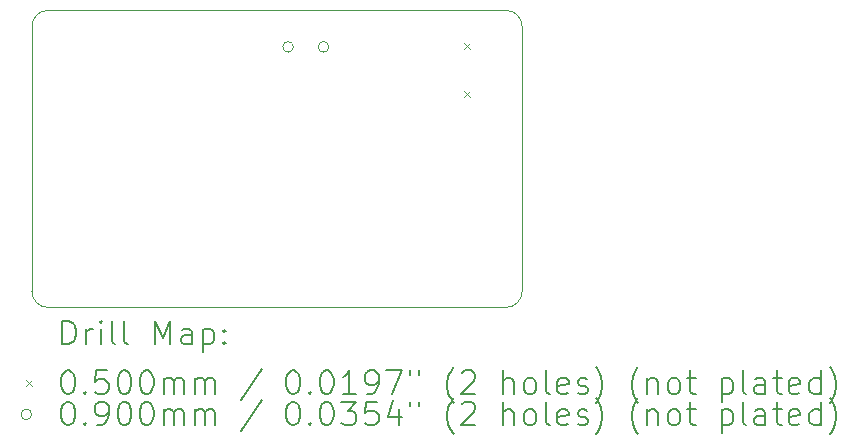
<source format=gbr>
%TF.GenerationSoftware,KiCad,Pcbnew,8.0.1*%
%TF.CreationDate,2024-04-22T06:17:10+03:00*%
%TF.ProjectId,IMU module,494d5520-6d6f-4647-956c-652e6b696361,rev?*%
%TF.SameCoordinates,Original*%
%TF.FileFunction,Drillmap*%
%TF.FilePolarity,Positive*%
%FSLAX45Y45*%
G04 Gerber Fmt 4.5, Leading zero omitted, Abs format (unit mm)*
G04 Created by KiCad (PCBNEW 8.0.1) date 2024-04-22 06:17:10*
%MOMM*%
%LPD*%
G01*
G04 APERTURE LIST*
%ADD10C,0.050000*%
%ADD11C,0.200000*%
%ADD12C,0.100000*%
G04 APERTURE END LIST*
D10*
X12859375Y-9026845D02*
G75*
G02*
X12994375Y-8891845I135005J-5D01*
G01*
X17009075Y-9026845D02*
X17009075Y-11270945D01*
X12994375Y-11405945D02*
G75*
G02*
X12859385Y-11270945I5J134995D01*
G01*
X16874075Y-11405945D02*
X12994375Y-11405945D01*
X16874075Y-8891845D02*
G75*
G02*
X17009085Y-9026845I5J-135005D01*
G01*
X17009075Y-11270945D02*
G75*
G02*
X16874075Y-11405945I-134995J-5D01*
G01*
X12994375Y-8891845D02*
X16874075Y-8891845D01*
X12859375Y-9026845D02*
X12859375Y-11270945D01*
D11*
D12*
X16520075Y-9171545D02*
X16570075Y-9221545D01*
X16570075Y-9171545D02*
X16520075Y-9221545D01*
X16520075Y-9571545D02*
X16570075Y-9621545D01*
X16570075Y-9571545D02*
X16520075Y-9621545D01*
X15073075Y-9200945D02*
G75*
G02*
X14983075Y-9200945I-45000J0D01*
G01*
X14983075Y-9200945D02*
G75*
G02*
X15073075Y-9200945I45000J0D01*
G01*
X15373075Y-9200945D02*
G75*
G02*
X15283075Y-9200945I-45000J0D01*
G01*
X15283075Y-9200945D02*
G75*
G02*
X15373075Y-9200945I45000J0D01*
G01*
D11*
X13117652Y-11719929D02*
X13117652Y-11519929D01*
X13117652Y-11519929D02*
X13165271Y-11519929D01*
X13165271Y-11519929D02*
X13193843Y-11529453D01*
X13193843Y-11529453D02*
X13212890Y-11548501D01*
X13212890Y-11548501D02*
X13222414Y-11567548D01*
X13222414Y-11567548D02*
X13231938Y-11605643D01*
X13231938Y-11605643D02*
X13231938Y-11634215D01*
X13231938Y-11634215D02*
X13222414Y-11672310D01*
X13222414Y-11672310D02*
X13212890Y-11691358D01*
X13212890Y-11691358D02*
X13193843Y-11710405D01*
X13193843Y-11710405D02*
X13165271Y-11719929D01*
X13165271Y-11719929D02*
X13117652Y-11719929D01*
X13317652Y-11719929D02*
X13317652Y-11586596D01*
X13317652Y-11624691D02*
X13327176Y-11605643D01*
X13327176Y-11605643D02*
X13336700Y-11596120D01*
X13336700Y-11596120D02*
X13355747Y-11586596D01*
X13355747Y-11586596D02*
X13374795Y-11586596D01*
X13441462Y-11719929D02*
X13441462Y-11586596D01*
X13441462Y-11519929D02*
X13431938Y-11529453D01*
X13431938Y-11529453D02*
X13441462Y-11538977D01*
X13441462Y-11538977D02*
X13450985Y-11529453D01*
X13450985Y-11529453D02*
X13441462Y-11519929D01*
X13441462Y-11519929D02*
X13441462Y-11538977D01*
X13565271Y-11719929D02*
X13546223Y-11710405D01*
X13546223Y-11710405D02*
X13536700Y-11691358D01*
X13536700Y-11691358D02*
X13536700Y-11519929D01*
X13670033Y-11719929D02*
X13650985Y-11710405D01*
X13650985Y-11710405D02*
X13641462Y-11691358D01*
X13641462Y-11691358D02*
X13641462Y-11519929D01*
X13898604Y-11719929D02*
X13898604Y-11519929D01*
X13898604Y-11519929D02*
X13965271Y-11662786D01*
X13965271Y-11662786D02*
X14031938Y-11519929D01*
X14031938Y-11519929D02*
X14031938Y-11719929D01*
X14212890Y-11719929D02*
X14212890Y-11615167D01*
X14212890Y-11615167D02*
X14203366Y-11596120D01*
X14203366Y-11596120D02*
X14184319Y-11586596D01*
X14184319Y-11586596D02*
X14146223Y-11586596D01*
X14146223Y-11586596D02*
X14127176Y-11596120D01*
X14212890Y-11710405D02*
X14193843Y-11719929D01*
X14193843Y-11719929D02*
X14146223Y-11719929D01*
X14146223Y-11719929D02*
X14127176Y-11710405D01*
X14127176Y-11710405D02*
X14117652Y-11691358D01*
X14117652Y-11691358D02*
X14117652Y-11672310D01*
X14117652Y-11672310D02*
X14127176Y-11653262D01*
X14127176Y-11653262D02*
X14146223Y-11643739D01*
X14146223Y-11643739D02*
X14193843Y-11643739D01*
X14193843Y-11643739D02*
X14212890Y-11634215D01*
X14308128Y-11586596D02*
X14308128Y-11786596D01*
X14308128Y-11596120D02*
X14327176Y-11586596D01*
X14327176Y-11586596D02*
X14365271Y-11586596D01*
X14365271Y-11586596D02*
X14384319Y-11596120D01*
X14384319Y-11596120D02*
X14393843Y-11605643D01*
X14393843Y-11605643D02*
X14403366Y-11624691D01*
X14403366Y-11624691D02*
X14403366Y-11681834D01*
X14403366Y-11681834D02*
X14393843Y-11700881D01*
X14393843Y-11700881D02*
X14384319Y-11710405D01*
X14384319Y-11710405D02*
X14365271Y-11719929D01*
X14365271Y-11719929D02*
X14327176Y-11719929D01*
X14327176Y-11719929D02*
X14308128Y-11710405D01*
X14489081Y-11700881D02*
X14498604Y-11710405D01*
X14498604Y-11710405D02*
X14489081Y-11719929D01*
X14489081Y-11719929D02*
X14479557Y-11710405D01*
X14479557Y-11710405D02*
X14489081Y-11700881D01*
X14489081Y-11700881D02*
X14489081Y-11719929D01*
X14489081Y-11596120D02*
X14498604Y-11605643D01*
X14498604Y-11605643D02*
X14489081Y-11615167D01*
X14489081Y-11615167D02*
X14479557Y-11605643D01*
X14479557Y-11605643D02*
X14489081Y-11596120D01*
X14489081Y-11596120D02*
X14489081Y-11615167D01*
D12*
X12806875Y-12023445D02*
X12856875Y-12073445D01*
X12856875Y-12023445D02*
X12806875Y-12073445D01*
D11*
X13155747Y-11939929D02*
X13174795Y-11939929D01*
X13174795Y-11939929D02*
X13193843Y-11949453D01*
X13193843Y-11949453D02*
X13203366Y-11958977D01*
X13203366Y-11958977D02*
X13212890Y-11978024D01*
X13212890Y-11978024D02*
X13222414Y-12016120D01*
X13222414Y-12016120D02*
X13222414Y-12063739D01*
X13222414Y-12063739D02*
X13212890Y-12101834D01*
X13212890Y-12101834D02*
X13203366Y-12120881D01*
X13203366Y-12120881D02*
X13193843Y-12130405D01*
X13193843Y-12130405D02*
X13174795Y-12139929D01*
X13174795Y-12139929D02*
X13155747Y-12139929D01*
X13155747Y-12139929D02*
X13136700Y-12130405D01*
X13136700Y-12130405D02*
X13127176Y-12120881D01*
X13127176Y-12120881D02*
X13117652Y-12101834D01*
X13117652Y-12101834D02*
X13108128Y-12063739D01*
X13108128Y-12063739D02*
X13108128Y-12016120D01*
X13108128Y-12016120D02*
X13117652Y-11978024D01*
X13117652Y-11978024D02*
X13127176Y-11958977D01*
X13127176Y-11958977D02*
X13136700Y-11949453D01*
X13136700Y-11949453D02*
X13155747Y-11939929D01*
X13308128Y-12120881D02*
X13317652Y-12130405D01*
X13317652Y-12130405D02*
X13308128Y-12139929D01*
X13308128Y-12139929D02*
X13298604Y-12130405D01*
X13298604Y-12130405D02*
X13308128Y-12120881D01*
X13308128Y-12120881D02*
X13308128Y-12139929D01*
X13498604Y-11939929D02*
X13403366Y-11939929D01*
X13403366Y-11939929D02*
X13393843Y-12035167D01*
X13393843Y-12035167D02*
X13403366Y-12025643D01*
X13403366Y-12025643D02*
X13422414Y-12016120D01*
X13422414Y-12016120D02*
X13470033Y-12016120D01*
X13470033Y-12016120D02*
X13489081Y-12025643D01*
X13489081Y-12025643D02*
X13498604Y-12035167D01*
X13498604Y-12035167D02*
X13508128Y-12054215D01*
X13508128Y-12054215D02*
X13508128Y-12101834D01*
X13508128Y-12101834D02*
X13498604Y-12120881D01*
X13498604Y-12120881D02*
X13489081Y-12130405D01*
X13489081Y-12130405D02*
X13470033Y-12139929D01*
X13470033Y-12139929D02*
X13422414Y-12139929D01*
X13422414Y-12139929D02*
X13403366Y-12130405D01*
X13403366Y-12130405D02*
X13393843Y-12120881D01*
X13631938Y-11939929D02*
X13650985Y-11939929D01*
X13650985Y-11939929D02*
X13670033Y-11949453D01*
X13670033Y-11949453D02*
X13679557Y-11958977D01*
X13679557Y-11958977D02*
X13689081Y-11978024D01*
X13689081Y-11978024D02*
X13698604Y-12016120D01*
X13698604Y-12016120D02*
X13698604Y-12063739D01*
X13698604Y-12063739D02*
X13689081Y-12101834D01*
X13689081Y-12101834D02*
X13679557Y-12120881D01*
X13679557Y-12120881D02*
X13670033Y-12130405D01*
X13670033Y-12130405D02*
X13650985Y-12139929D01*
X13650985Y-12139929D02*
X13631938Y-12139929D01*
X13631938Y-12139929D02*
X13612890Y-12130405D01*
X13612890Y-12130405D02*
X13603366Y-12120881D01*
X13603366Y-12120881D02*
X13593843Y-12101834D01*
X13593843Y-12101834D02*
X13584319Y-12063739D01*
X13584319Y-12063739D02*
X13584319Y-12016120D01*
X13584319Y-12016120D02*
X13593843Y-11978024D01*
X13593843Y-11978024D02*
X13603366Y-11958977D01*
X13603366Y-11958977D02*
X13612890Y-11949453D01*
X13612890Y-11949453D02*
X13631938Y-11939929D01*
X13822414Y-11939929D02*
X13841462Y-11939929D01*
X13841462Y-11939929D02*
X13860509Y-11949453D01*
X13860509Y-11949453D02*
X13870033Y-11958977D01*
X13870033Y-11958977D02*
X13879557Y-11978024D01*
X13879557Y-11978024D02*
X13889081Y-12016120D01*
X13889081Y-12016120D02*
X13889081Y-12063739D01*
X13889081Y-12063739D02*
X13879557Y-12101834D01*
X13879557Y-12101834D02*
X13870033Y-12120881D01*
X13870033Y-12120881D02*
X13860509Y-12130405D01*
X13860509Y-12130405D02*
X13841462Y-12139929D01*
X13841462Y-12139929D02*
X13822414Y-12139929D01*
X13822414Y-12139929D02*
X13803366Y-12130405D01*
X13803366Y-12130405D02*
X13793843Y-12120881D01*
X13793843Y-12120881D02*
X13784319Y-12101834D01*
X13784319Y-12101834D02*
X13774795Y-12063739D01*
X13774795Y-12063739D02*
X13774795Y-12016120D01*
X13774795Y-12016120D02*
X13784319Y-11978024D01*
X13784319Y-11978024D02*
X13793843Y-11958977D01*
X13793843Y-11958977D02*
X13803366Y-11949453D01*
X13803366Y-11949453D02*
X13822414Y-11939929D01*
X13974795Y-12139929D02*
X13974795Y-12006596D01*
X13974795Y-12025643D02*
X13984319Y-12016120D01*
X13984319Y-12016120D02*
X14003366Y-12006596D01*
X14003366Y-12006596D02*
X14031938Y-12006596D01*
X14031938Y-12006596D02*
X14050985Y-12016120D01*
X14050985Y-12016120D02*
X14060509Y-12035167D01*
X14060509Y-12035167D02*
X14060509Y-12139929D01*
X14060509Y-12035167D02*
X14070033Y-12016120D01*
X14070033Y-12016120D02*
X14089081Y-12006596D01*
X14089081Y-12006596D02*
X14117652Y-12006596D01*
X14117652Y-12006596D02*
X14136700Y-12016120D01*
X14136700Y-12016120D02*
X14146224Y-12035167D01*
X14146224Y-12035167D02*
X14146224Y-12139929D01*
X14241462Y-12139929D02*
X14241462Y-12006596D01*
X14241462Y-12025643D02*
X14250985Y-12016120D01*
X14250985Y-12016120D02*
X14270033Y-12006596D01*
X14270033Y-12006596D02*
X14298605Y-12006596D01*
X14298605Y-12006596D02*
X14317652Y-12016120D01*
X14317652Y-12016120D02*
X14327176Y-12035167D01*
X14327176Y-12035167D02*
X14327176Y-12139929D01*
X14327176Y-12035167D02*
X14336700Y-12016120D01*
X14336700Y-12016120D02*
X14355747Y-12006596D01*
X14355747Y-12006596D02*
X14384319Y-12006596D01*
X14384319Y-12006596D02*
X14403366Y-12016120D01*
X14403366Y-12016120D02*
X14412890Y-12035167D01*
X14412890Y-12035167D02*
X14412890Y-12139929D01*
X14803366Y-11930405D02*
X14631938Y-12187548D01*
X15060509Y-11939929D02*
X15079557Y-11939929D01*
X15079557Y-11939929D02*
X15098605Y-11949453D01*
X15098605Y-11949453D02*
X15108128Y-11958977D01*
X15108128Y-11958977D02*
X15117652Y-11978024D01*
X15117652Y-11978024D02*
X15127176Y-12016120D01*
X15127176Y-12016120D02*
X15127176Y-12063739D01*
X15127176Y-12063739D02*
X15117652Y-12101834D01*
X15117652Y-12101834D02*
X15108128Y-12120881D01*
X15108128Y-12120881D02*
X15098605Y-12130405D01*
X15098605Y-12130405D02*
X15079557Y-12139929D01*
X15079557Y-12139929D02*
X15060509Y-12139929D01*
X15060509Y-12139929D02*
X15041462Y-12130405D01*
X15041462Y-12130405D02*
X15031938Y-12120881D01*
X15031938Y-12120881D02*
X15022414Y-12101834D01*
X15022414Y-12101834D02*
X15012890Y-12063739D01*
X15012890Y-12063739D02*
X15012890Y-12016120D01*
X15012890Y-12016120D02*
X15022414Y-11978024D01*
X15022414Y-11978024D02*
X15031938Y-11958977D01*
X15031938Y-11958977D02*
X15041462Y-11949453D01*
X15041462Y-11949453D02*
X15060509Y-11939929D01*
X15212890Y-12120881D02*
X15222414Y-12130405D01*
X15222414Y-12130405D02*
X15212890Y-12139929D01*
X15212890Y-12139929D02*
X15203367Y-12130405D01*
X15203367Y-12130405D02*
X15212890Y-12120881D01*
X15212890Y-12120881D02*
X15212890Y-12139929D01*
X15346224Y-11939929D02*
X15365271Y-11939929D01*
X15365271Y-11939929D02*
X15384319Y-11949453D01*
X15384319Y-11949453D02*
X15393843Y-11958977D01*
X15393843Y-11958977D02*
X15403367Y-11978024D01*
X15403367Y-11978024D02*
X15412890Y-12016120D01*
X15412890Y-12016120D02*
X15412890Y-12063739D01*
X15412890Y-12063739D02*
X15403367Y-12101834D01*
X15403367Y-12101834D02*
X15393843Y-12120881D01*
X15393843Y-12120881D02*
X15384319Y-12130405D01*
X15384319Y-12130405D02*
X15365271Y-12139929D01*
X15365271Y-12139929D02*
X15346224Y-12139929D01*
X15346224Y-12139929D02*
X15327176Y-12130405D01*
X15327176Y-12130405D02*
X15317652Y-12120881D01*
X15317652Y-12120881D02*
X15308128Y-12101834D01*
X15308128Y-12101834D02*
X15298605Y-12063739D01*
X15298605Y-12063739D02*
X15298605Y-12016120D01*
X15298605Y-12016120D02*
X15308128Y-11978024D01*
X15308128Y-11978024D02*
X15317652Y-11958977D01*
X15317652Y-11958977D02*
X15327176Y-11949453D01*
X15327176Y-11949453D02*
X15346224Y-11939929D01*
X15603367Y-12139929D02*
X15489081Y-12139929D01*
X15546224Y-12139929D02*
X15546224Y-11939929D01*
X15546224Y-11939929D02*
X15527176Y-11968501D01*
X15527176Y-11968501D02*
X15508128Y-11987548D01*
X15508128Y-11987548D02*
X15489081Y-11997072D01*
X15698605Y-12139929D02*
X15736700Y-12139929D01*
X15736700Y-12139929D02*
X15755748Y-12130405D01*
X15755748Y-12130405D02*
X15765271Y-12120881D01*
X15765271Y-12120881D02*
X15784319Y-12092310D01*
X15784319Y-12092310D02*
X15793843Y-12054215D01*
X15793843Y-12054215D02*
X15793843Y-11978024D01*
X15793843Y-11978024D02*
X15784319Y-11958977D01*
X15784319Y-11958977D02*
X15774795Y-11949453D01*
X15774795Y-11949453D02*
X15755748Y-11939929D01*
X15755748Y-11939929D02*
X15717652Y-11939929D01*
X15717652Y-11939929D02*
X15698605Y-11949453D01*
X15698605Y-11949453D02*
X15689081Y-11958977D01*
X15689081Y-11958977D02*
X15679557Y-11978024D01*
X15679557Y-11978024D02*
X15679557Y-12025643D01*
X15679557Y-12025643D02*
X15689081Y-12044691D01*
X15689081Y-12044691D02*
X15698605Y-12054215D01*
X15698605Y-12054215D02*
X15717652Y-12063739D01*
X15717652Y-12063739D02*
X15755748Y-12063739D01*
X15755748Y-12063739D02*
X15774795Y-12054215D01*
X15774795Y-12054215D02*
X15784319Y-12044691D01*
X15784319Y-12044691D02*
X15793843Y-12025643D01*
X15860509Y-11939929D02*
X15993843Y-11939929D01*
X15993843Y-11939929D02*
X15908128Y-12139929D01*
X16060509Y-11939929D02*
X16060509Y-11978024D01*
X16136700Y-11939929D02*
X16136700Y-11978024D01*
X16431938Y-12216120D02*
X16422414Y-12206596D01*
X16422414Y-12206596D02*
X16403367Y-12178024D01*
X16403367Y-12178024D02*
X16393843Y-12158977D01*
X16393843Y-12158977D02*
X16384319Y-12130405D01*
X16384319Y-12130405D02*
X16374795Y-12082786D01*
X16374795Y-12082786D02*
X16374795Y-12044691D01*
X16374795Y-12044691D02*
X16384319Y-11997072D01*
X16384319Y-11997072D02*
X16393843Y-11968501D01*
X16393843Y-11968501D02*
X16403367Y-11949453D01*
X16403367Y-11949453D02*
X16422414Y-11920881D01*
X16422414Y-11920881D02*
X16431938Y-11911358D01*
X16498605Y-11958977D02*
X16508129Y-11949453D01*
X16508129Y-11949453D02*
X16527176Y-11939929D01*
X16527176Y-11939929D02*
X16574795Y-11939929D01*
X16574795Y-11939929D02*
X16593843Y-11949453D01*
X16593843Y-11949453D02*
X16603367Y-11958977D01*
X16603367Y-11958977D02*
X16612890Y-11978024D01*
X16612890Y-11978024D02*
X16612890Y-11997072D01*
X16612890Y-11997072D02*
X16603367Y-12025643D01*
X16603367Y-12025643D02*
X16489081Y-12139929D01*
X16489081Y-12139929D02*
X16612890Y-12139929D01*
X16850986Y-12139929D02*
X16850986Y-11939929D01*
X16936700Y-12139929D02*
X16936700Y-12035167D01*
X16936700Y-12035167D02*
X16927176Y-12016120D01*
X16927176Y-12016120D02*
X16908129Y-12006596D01*
X16908129Y-12006596D02*
X16879557Y-12006596D01*
X16879557Y-12006596D02*
X16860510Y-12016120D01*
X16860510Y-12016120D02*
X16850986Y-12025643D01*
X17060510Y-12139929D02*
X17041462Y-12130405D01*
X17041462Y-12130405D02*
X17031938Y-12120881D01*
X17031938Y-12120881D02*
X17022414Y-12101834D01*
X17022414Y-12101834D02*
X17022414Y-12044691D01*
X17022414Y-12044691D02*
X17031938Y-12025643D01*
X17031938Y-12025643D02*
X17041462Y-12016120D01*
X17041462Y-12016120D02*
X17060510Y-12006596D01*
X17060510Y-12006596D02*
X17089081Y-12006596D01*
X17089081Y-12006596D02*
X17108129Y-12016120D01*
X17108129Y-12016120D02*
X17117653Y-12025643D01*
X17117653Y-12025643D02*
X17127176Y-12044691D01*
X17127176Y-12044691D02*
X17127176Y-12101834D01*
X17127176Y-12101834D02*
X17117653Y-12120881D01*
X17117653Y-12120881D02*
X17108129Y-12130405D01*
X17108129Y-12130405D02*
X17089081Y-12139929D01*
X17089081Y-12139929D02*
X17060510Y-12139929D01*
X17241462Y-12139929D02*
X17222414Y-12130405D01*
X17222414Y-12130405D02*
X17212891Y-12111358D01*
X17212891Y-12111358D02*
X17212891Y-11939929D01*
X17393843Y-12130405D02*
X17374795Y-12139929D01*
X17374795Y-12139929D02*
X17336700Y-12139929D01*
X17336700Y-12139929D02*
X17317653Y-12130405D01*
X17317653Y-12130405D02*
X17308129Y-12111358D01*
X17308129Y-12111358D02*
X17308129Y-12035167D01*
X17308129Y-12035167D02*
X17317653Y-12016120D01*
X17317653Y-12016120D02*
X17336700Y-12006596D01*
X17336700Y-12006596D02*
X17374795Y-12006596D01*
X17374795Y-12006596D02*
X17393843Y-12016120D01*
X17393843Y-12016120D02*
X17403367Y-12035167D01*
X17403367Y-12035167D02*
X17403367Y-12054215D01*
X17403367Y-12054215D02*
X17308129Y-12073262D01*
X17479557Y-12130405D02*
X17498605Y-12139929D01*
X17498605Y-12139929D02*
X17536700Y-12139929D01*
X17536700Y-12139929D02*
X17555748Y-12130405D01*
X17555748Y-12130405D02*
X17565272Y-12111358D01*
X17565272Y-12111358D02*
X17565272Y-12101834D01*
X17565272Y-12101834D02*
X17555748Y-12082786D01*
X17555748Y-12082786D02*
X17536700Y-12073262D01*
X17536700Y-12073262D02*
X17508129Y-12073262D01*
X17508129Y-12073262D02*
X17489081Y-12063739D01*
X17489081Y-12063739D02*
X17479557Y-12044691D01*
X17479557Y-12044691D02*
X17479557Y-12035167D01*
X17479557Y-12035167D02*
X17489081Y-12016120D01*
X17489081Y-12016120D02*
X17508129Y-12006596D01*
X17508129Y-12006596D02*
X17536700Y-12006596D01*
X17536700Y-12006596D02*
X17555748Y-12016120D01*
X17631938Y-12216120D02*
X17641462Y-12206596D01*
X17641462Y-12206596D02*
X17660510Y-12178024D01*
X17660510Y-12178024D02*
X17670034Y-12158977D01*
X17670034Y-12158977D02*
X17679557Y-12130405D01*
X17679557Y-12130405D02*
X17689081Y-12082786D01*
X17689081Y-12082786D02*
X17689081Y-12044691D01*
X17689081Y-12044691D02*
X17679557Y-11997072D01*
X17679557Y-11997072D02*
X17670034Y-11968501D01*
X17670034Y-11968501D02*
X17660510Y-11949453D01*
X17660510Y-11949453D02*
X17641462Y-11920881D01*
X17641462Y-11920881D02*
X17631938Y-11911358D01*
X17993843Y-12216120D02*
X17984319Y-12206596D01*
X17984319Y-12206596D02*
X17965272Y-12178024D01*
X17965272Y-12178024D02*
X17955748Y-12158977D01*
X17955748Y-12158977D02*
X17946224Y-12130405D01*
X17946224Y-12130405D02*
X17936700Y-12082786D01*
X17936700Y-12082786D02*
X17936700Y-12044691D01*
X17936700Y-12044691D02*
X17946224Y-11997072D01*
X17946224Y-11997072D02*
X17955748Y-11968501D01*
X17955748Y-11968501D02*
X17965272Y-11949453D01*
X17965272Y-11949453D02*
X17984319Y-11920881D01*
X17984319Y-11920881D02*
X17993843Y-11911358D01*
X18070034Y-12006596D02*
X18070034Y-12139929D01*
X18070034Y-12025643D02*
X18079557Y-12016120D01*
X18079557Y-12016120D02*
X18098605Y-12006596D01*
X18098605Y-12006596D02*
X18127176Y-12006596D01*
X18127176Y-12006596D02*
X18146224Y-12016120D01*
X18146224Y-12016120D02*
X18155748Y-12035167D01*
X18155748Y-12035167D02*
X18155748Y-12139929D01*
X18279557Y-12139929D02*
X18260510Y-12130405D01*
X18260510Y-12130405D02*
X18250986Y-12120881D01*
X18250986Y-12120881D02*
X18241462Y-12101834D01*
X18241462Y-12101834D02*
X18241462Y-12044691D01*
X18241462Y-12044691D02*
X18250986Y-12025643D01*
X18250986Y-12025643D02*
X18260510Y-12016120D01*
X18260510Y-12016120D02*
X18279557Y-12006596D01*
X18279557Y-12006596D02*
X18308129Y-12006596D01*
X18308129Y-12006596D02*
X18327176Y-12016120D01*
X18327176Y-12016120D02*
X18336700Y-12025643D01*
X18336700Y-12025643D02*
X18346224Y-12044691D01*
X18346224Y-12044691D02*
X18346224Y-12101834D01*
X18346224Y-12101834D02*
X18336700Y-12120881D01*
X18336700Y-12120881D02*
X18327176Y-12130405D01*
X18327176Y-12130405D02*
X18308129Y-12139929D01*
X18308129Y-12139929D02*
X18279557Y-12139929D01*
X18403367Y-12006596D02*
X18479557Y-12006596D01*
X18431938Y-11939929D02*
X18431938Y-12111358D01*
X18431938Y-12111358D02*
X18441462Y-12130405D01*
X18441462Y-12130405D02*
X18460510Y-12139929D01*
X18460510Y-12139929D02*
X18479557Y-12139929D01*
X18698605Y-12006596D02*
X18698605Y-12206596D01*
X18698605Y-12016120D02*
X18717653Y-12006596D01*
X18717653Y-12006596D02*
X18755748Y-12006596D01*
X18755748Y-12006596D02*
X18774796Y-12016120D01*
X18774796Y-12016120D02*
X18784319Y-12025643D01*
X18784319Y-12025643D02*
X18793843Y-12044691D01*
X18793843Y-12044691D02*
X18793843Y-12101834D01*
X18793843Y-12101834D02*
X18784319Y-12120881D01*
X18784319Y-12120881D02*
X18774796Y-12130405D01*
X18774796Y-12130405D02*
X18755748Y-12139929D01*
X18755748Y-12139929D02*
X18717653Y-12139929D01*
X18717653Y-12139929D02*
X18698605Y-12130405D01*
X18908129Y-12139929D02*
X18889081Y-12130405D01*
X18889081Y-12130405D02*
X18879557Y-12111358D01*
X18879557Y-12111358D02*
X18879557Y-11939929D01*
X19070034Y-12139929D02*
X19070034Y-12035167D01*
X19070034Y-12035167D02*
X19060510Y-12016120D01*
X19060510Y-12016120D02*
X19041462Y-12006596D01*
X19041462Y-12006596D02*
X19003367Y-12006596D01*
X19003367Y-12006596D02*
X18984319Y-12016120D01*
X19070034Y-12130405D02*
X19050986Y-12139929D01*
X19050986Y-12139929D02*
X19003367Y-12139929D01*
X19003367Y-12139929D02*
X18984319Y-12130405D01*
X18984319Y-12130405D02*
X18974796Y-12111358D01*
X18974796Y-12111358D02*
X18974796Y-12092310D01*
X18974796Y-12092310D02*
X18984319Y-12073262D01*
X18984319Y-12073262D02*
X19003367Y-12063739D01*
X19003367Y-12063739D02*
X19050986Y-12063739D01*
X19050986Y-12063739D02*
X19070034Y-12054215D01*
X19136700Y-12006596D02*
X19212891Y-12006596D01*
X19165272Y-11939929D02*
X19165272Y-12111358D01*
X19165272Y-12111358D02*
X19174796Y-12130405D01*
X19174796Y-12130405D02*
X19193843Y-12139929D01*
X19193843Y-12139929D02*
X19212891Y-12139929D01*
X19355748Y-12130405D02*
X19336700Y-12139929D01*
X19336700Y-12139929D02*
X19298605Y-12139929D01*
X19298605Y-12139929D02*
X19279557Y-12130405D01*
X19279557Y-12130405D02*
X19270034Y-12111358D01*
X19270034Y-12111358D02*
X19270034Y-12035167D01*
X19270034Y-12035167D02*
X19279557Y-12016120D01*
X19279557Y-12016120D02*
X19298605Y-12006596D01*
X19298605Y-12006596D02*
X19336700Y-12006596D01*
X19336700Y-12006596D02*
X19355748Y-12016120D01*
X19355748Y-12016120D02*
X19365272Y-12035167D01*
X19365272Y-12035167D02*
X19365272Y-12054215D01*
X19365272Y-12054215D02*
X19270034Y-12073262D01*
X19536700Y-12139929D02*
X19536700Y-11939929D01*
X19536700Y-12130405D02*
X19517653Y-12139929D01*
X19517653Y-12139929D02*
X19479557Y-12139929D01*
X19479557Y-12139929D02*
X19460510Y-12130405D01*
X19460510Y-12130405D02*
X19450986Y-12120881D01*
X19450986Y-12120881D02*
X19441462Y-12101834D01*
X19441462Y-12101834D02*
X19441462Y-12044691D01*
X19441462Y-12044691D02*
X19450986Y-12025643D01*
X19450986Y-12025643D02*
X19460510Y-12016120D01*
X19460510Y-12016120D02*
X19479557Y-12006596D01*
X19479557Y-12006596D02*
X19517653Y-12006596D01*
X19517653Y-12006596D02*
X19536700Y-12016120D01*
X19612891Y-12216120D02*
X19622415Y-12206596D01*
X19622415Y-12206596D02*
X19641462Y-12178024D01*
X19641462Y-12178024D02*
X19650986Y-12158977D01*
X19650986Y-12158977D02*
X19660510Y-12130405D01*
X19660510Y-12130405D02*
X19670034Y-12082786D01*
X19670034Y-12082786D02*
X19670034Y-12044691D01*
X19670034Y-12044691D02*
X19660510Y-11997072D01*
X19660510Y-11997072D02*
X19650986Y-11968501D01*
X19650986Y-11968501D02*
X19641462Y-11949453D01*
X19641462Y-11949453D02*
X19622415Y-11920881D01*
X19622415Y-11920881D02*
X19612891Y-11911358D01*
D12*
X12856875Y-12312445D02*
G75*
G02*
X12766875Y-12312445I-45000J0D01*
G01*
X12766875Y-12312445D02*
G75*
G02*
X12856875Y-12312445I45000J0D01*
G01*
D11*
X13155747Y-12203929D02*
X13174795Y-12203929D01*
X13174795Y-12203929D02*
X13193843Y-12213453D01*
X13193843Y-12213453D02*
X13203366Y-12222977D01*
X13203366Y-12222977D02*
X13212890Y-12242024D01*
X13212890Y-12242024D02*
X13222414Y-12280120D01*
X13222414Y-12280120D02*
X13222414Y-12327739D01*
X13222414Y-12327739D02*
X13212890Y-12365834D01*
X13212890Y-12365834D02*
X13203366Y-12384881D01*
X13203366Y-12384881D02*
X13193843Y-12394405D01*
X13193843Y-12394405D02*
X13174795Y-12403929D01*
X13174795Y-12403929D02*
X13155747Y-12403929D01*
X13155747Y-12403929D02*
X13136700Y-12394405D01*
X13136700Y-12394405D02*
X13127176Y-12384881D01*
X13127176Y-12384881D02*
X13117652Y-12365834D01*
X13117652Y-12365834D02*
X13108128Y-12327739D01*
X13108128Y-12327739D02*
X13108128Y-12280120D01*
X13108128Y-12280120D02*
X13117652Y-12242024D01*
X13117652Y-12242024D02*
X13127176Y-12222977D01*
X13127176Y-12222977D02*
X13136700Y-12213453D01*
X13136700Y-12213453D02*
X13155747Y-12203929D01*
X13308128Y-12384881D02*
X13317652Y-12394405D01*
X13317652Y-12394405D02*
X13308128Y-12403929D01*
X13308128Y-12403929D02*
X13298604Y-12394405D01*
X13298604Y-12394405D02*
X13308128Y-12384881D01*
X13308128Y-12384881D02*
X13308128Y-12403929D01*
X13412890Y-12403929D02*
X13450985Y-12403929D01*
X13450985Y-12403929D02*
X13470033Y-12394405D01*
X13470033Y-12394405D02*
X13479557Y-12384881D01*
X13479557Y-12384881D02*
X13498604Y-12356310D01*
X13498604Y-12356310D02*
X13508128Y-12318215D01*
X13508128Y-12318215D02*
X13508128Y-12242024D01*
X13508128Y-12242024D02*
X13498604Y-12222977D01*
X13498604Y-12222977D02*
X13489081Y-12213453D01*
X13489081Y-12213453D02*
X13470033Y-12203929D01*
X13470033Y-12203929D02*
X13431938Y-12203929D01*
X13431938Y-12203929D02*
X13412890Y-12213453D01*
X13412890Y-12213453D02*
X13403366Y-12222977D01*
X13403366Y-12222977D02*
X13393843Y-12242024D01*
X13393843Y-12242024D02*
X13393843Y-12289643D01*
X13393843Y-12289643D02*
X13403366Y-12308691D01*
X13403366Y-12308691D02*
X13412890Y-12318215D01*
X13412890Y-12318215D02*
X13431938Y-12327739D01*
X13431938Y-12327739D02*
X13470033Y-12327739D01*
X13470033Y-12327739D02*
X13489081Y-12318215D01*
X13489081Y-12318215D02*
X13498604Y-12308691D01*
X13498604Y-12308691D02*
X13508128Y-12289643D01*
X13631938Y-12203929D02*
X13650985Y-12203929D01*
X13650985Y-12203929D02*
X13670033Y-12213453D01*
X13670033Y-12213453D02*
X13679557Y-12222977D01*
X13679557Y-12222977D02*
X13689081Y-12242024D01*
X13689081Y-12242024D02*
X13698604Y-12280120D01*
X13698604Y-12280120D02*
X13698604Y-12327739D01*
X13698604Y-12327739D02*
X13689081Y-12365834D01*
X13689081Y-12365834D02*
X13679557Y-12384881D01*
X13679557Y-12384881D02*
X13670033Y-12394405D01*
X13670033Y-12394405D02*
X13650985Y-12403929D01*
X13650985Y-12403929D02*
X13631938Y-12403929D01*
X13631938Y-12403929D02*
X13612890Y-12394405D01*
X13612890Y-12394405D02*
X13603366Y-12384881D01*
X13603366Y-12384881D02*
X13593843Y-12365834D01*
X13593843Y-12365834D02*
X13584319Y-12327739D01*
X13584319Y-12327739D02*
X13584319Y-12280120D01*
X13584319Y-12280120D02*
X13593843Y-12242024D01*
X13593843Y-12242024D02*
X13603366Y-12222977D01*
X13603366Y-12222977D02*
X13612890Y-12213453D01*
X13612890Y-12213453D02*
X13631938Y-12203929D01*
X13822414Y-12203929D02*
X13841462Y-12203929D01*
X13841462Y-12203929D02*
X13860509Y-12213453D01*
X13860509Y-12213453D02*
X13870033Y-12222977D01*
X13870033Y-12222977D02*
X13879557Y-12242024D01*
X13879557Y-12242024D02*
X13889081Y-12280120D01*
X13889081Y-12280120D02*
X13889081Y-12327739D01*
X13889081Y-12327739D02*
X13879557Y-12365834D01*
X13879557Y-12365834D02*
X13870033Y-12384881D01*
X13870033Y-12384881D02*
X13860509Y-12394405D01*
X13860509Y-12394405D02*
X13841462Y-12403929D01*
X13841462Y-12403929D02*
X13822414Y-12403929D01*
X13822414Y-12403929D02*
X13803366Y-12394405D01*
X13803366Y-12394405D02*
X13793843Y-12384881D01*
X13793843Y-12384881D02*
X13784319Y-12365834D01*
X13784319Y-12365834D02*
X13774795Y-12327739D01*
X13774795Y-12327739D02*
X13774795Y-12280120D01*
X13774795Y-12280120D02*
X13784319Y-12242024D01*
X13784319Y-12242024D02*
X13793843Y-12222977D01*
X13793843Y-12222977D02*
X13803366Y-12213453D01*
X13803366Y-12213453D02*
X13822414Y-12203929D01*
X13974795Y-12403929D02*
X13974795Y-12270596D01*
X13974795Y-12289643D02*
X13984319Y-12280120D01*
X13984319Y-12280120D02*
X14003366Y-12270596D01*
X14003366Y-12270596D02*
X14031938Y-12270596D01*
X14031938Y-12270596D02*
X14050985Y-12280120D01*
X14050985Y-12280120D02*
X14060509Y-12299167D01*
X14060509Y-12299167D02*
X14060509Y-12403929D01*
X14060509Y-12299167D02*
X14070033Y-12280120D01*
X14070033Y-12280120D02*
X14089081Y-12270596D01*
X14089081Y-12270596D02*
X14117652Y-12270596D01*
X14117652Y-12270596D02*
X14136700Y-12280120D01*
X14136700Y-12280120D02*
X14146224Y-12299167D01*
X14146224Y-12299167D02*
X14146224Y-12403929D01*
X14241462Y-12403929D02*
X14241462Y-12270596D01*
X14241462Y-12289643D02*
X14250985Y-12280120D01*
X14250985Y-12280120D02*
X14270033Y-12270596D01*
X14270033Y-12270596D02*
X14298605Y-12270596D01*
X14298605Y-12270596D02*
X14317652Y-12280120D01*
X14317652Y-12280120D02*
X14327176Y-12299167D01*
X14327176Y-12299167D02*
X14327176Y-12403929D01*
X14327176Y-12299167D02*
X14336700Y-12280120D01*
X14336700Y-12280120D02*
X14355747Y-12270596D01*
X14355747Y-12270596D02*
X14384319Y-12270596D01*
X14384319Y-12270596D02*
X14403366Y-12280120D01*
X14403366Y-12280120D02*
X14412890Y-12299167D01*
X14412890Y-12299167D02*
X14412890Y-12403929D01*
X14803366Y-12194405D02*
X14631938Y-12451548D01*
X15060509Y-12203929D02*
X15079557Y-12203929D01*
X15079557Y-12203929D02*
X15098605Y-12213453D01*
X15098605Y-12213453D02*
X15108128Y-12222977D01*
X15108128Y-12222977D02*
X15117652Y-12242024D01*
X15117652Y-12242024D02*
X15127176Y-12280120D01*
X15127176Y-12280120D02*
X15127176Y-12327739D01*
X15127176Y-12327739D02*
X15117652Y-12365834D01*
X15117652Y-12365834D02*
X15108128Y-12384881D01*
X15108128Y-12384881D02*
X15098605Y-12394405D01*
X15098605Y-12394405D02*
X15079557Y-12403929D01*
X15079557Y-12403929D02*
X15060509Y-12403929D01*
X15060509Y-12403929D02*
X15041462Y-12394405D01*
X15041462Y-12394405D02*
X15031938Y-12384881D01*
X15031938Y-12384881D02*
X15022414Y-12365834D01*
X15022414Y-12365834D02*
X15012890Y-12327739D01*
X15012890Y-12327739D02*
X15012890Y-12280120D01*
X15012890Y-12280120D02*
X15022414Y-12242024D01*
X15022414Y-12242024D02*
X15031938Y-12222977D01*
X15031938Y-12222977D02*
X15041462Y-12213453D01*
X15041462Y-12213453D02*
X15060509Y-12203929D01*
X15212890Y-12384881D02*
X15222414Y-12394405D01*
X15222414Y-12394405D02*
X15212890Y-12403929D01*
X15212890Y-12403929D02*
X15203367Y-12394405D01*
X15203367Y-12394405D02*
X15212890Y-12384881D01*
X15212890Y-12384881D02*
X15212890Y-12403929D01*
X15346224Y-12203929D02*
X15365271Y-12203929D01*
X15365271Y-12203929D02*
X15384319Y-12213453D01*
X15384319Y-12213453D02*
X15393843Y-12222977D01*
X15393843Y-12222977D02*
X15403367Y-12242024D01*
X15403367Y-12242024D02*
X15412890Y-12280120D01*
X15412890Y-12280120D02*
X15412890Y-12327739D01*
X15412890Y-12327739D02*
X15403367Y-12365834D01*
X15403367Y-12365834D02*
X15393843Y-12384881D01*
X15393843Y-12384881D02*
X15384319Y-12394405D01*
X15384319Y-12394405D02*
X15365271Y-12403929D01*
X15365271Y-12403929D02*
X15346224Y-12403929D01*
X15346224Y-12403929D02*
X15327176Y-12394405D01*
X15327176Y-12394405D02*
X15317652Y-12384881D01*
X15317652Y-12384881D02*
X15308128Y-12365834D01*
X15308128Y-12365834D02*
X15298605Y-12327739D01*
X15298605Y-12327739D02*
X15298605Y-12280120D01*
X15298605Y-12280120D02*
X15308128Y-12242024D01*
X15308128Y-12242024D02*
X15317652Y-12222977D01*
X15317652Y-12222977D02*
X15327176Y-12213453D01*
X15327176Y-12213453D02*
X15346224Y-12203929D01*
X15479557Y-12203929D02*
X15603367Y-12203929D01*
X15603367Y-12203929D02*
X15536700Y-12280120D01*
X15536700Y-12280120D02*
X15565271Y-12280120D01*
X15565271Y-12280120D02*
X15584319Y-12289643D01*
X15584319Y-12289643D02*
X15593843Y-12299167D01*
X15593843Y-12299167D02*
X15603367Y-12318215D01*
X15603367Y-12318215D02*
X15603367Y-12365834D01*
X15603367Y-12365834D02*
X15593843Y-12384881D01*
X15593843Y-12384881D02*
X15584319Y-12394405D01*
X15584319Y-12394405D02*
X15565271Y-12403929D01*
X15565271Y-12403929D02*
X15508128Y-12403929D01*
X15508128Y-12403929D02*
X15489081Y-12394405D01*
X15489081Y-12394405D02*
X15479557Y-12384881D01*
X15784319Y-12203929D02*
X15689081Y-12203929D01*
X15689081Y-12203929D02*
X15679557Y-12299167D01*
X15679557Y-12299167D02*
X15689081Y-12289643D01*
X15689081Y-12289643D02*
X15708128Y-12280120D01*
X15708128Y-12280120D02*
X15755748Y-12280120D01*
X15755748Y-12280120D02*
X15774795Y-12289643D01*
X15774795Y-12289643D02*
X15784319Y-12299167D01*
X15784319Y-12299167D02*
X15793843Y-12318215D01*
X15793843Y-12318215D02*
X15793843Y-12365834D01*
X15793843Y-12365834D02*
X15784319Y-12384881D01*
X15784319Y-12384881D02*
X15774795Y-12394405D01*
X15774795Y-12394405D02*
X15755748Y-12403929D01*
X15755748Y-12403929D02*
X15708128Y-12403929D01*
X15708128Y-12403929D02*
X15689081Y-12394405D01*
X15689081Y-12394405D02*
X15679557Y-12384881D01*
X15965271Y-12270596D02*
X15965271Y-12403929D01*
X15917652Y-12194405D02*
X15870033Y-12337262D01*
X15870033Y-12337262D02*
X15993843Y-12337262D01*
X16060509Y-12203929D02*
X16060509Y-12242024D01*
X16136700Y-12203929D02*
X16136700Y-12242024D01*
X16431938Y-12480120D02*
X16422414Y-12470596D01*
X16422414Y-12470596D02*
X16403367Y-12442024D01*
X16403367Y-12442024D02*
X16393843Y-12422977D01*
X16393843Y-12422977D02*
X16384319Y-12394405D01*
X16384319Y-12394405D02*
X16374795Y-12346786D01*
X16374795Y-12346786D02*
X16374795Y-12308691D01*
X16374795Y-12308691D02*
X16384319Y-12261072D01*
X16384319Y-12261072D02*
X16393843Y-12232501D01*
X16393843Y-12232501D02*
X16403367Y-12213453D01*
X16403367Y-12213453D02*
X16422414Y-12184881D01*
X16422414Y-12184881D02*
X16431938Y-12175358D01*
X16498605Y-12222977D02*
X16508129Y-12213453D01*
X16508129Y-12213453D02*
X16527176Y-12203929D01*
X16527176Y-12203929D02*
X16574795Y-12203929D01*
X16574795Y-12203929D02*
X16593843Y-12213453D01*
X16593843Y-12213453D02*
X16603367Y-12222977D01*
X16603367Y-12222977D02*
X16612890Y-12242024D01*
X16612890Y-12242024D02*
X16612890Y-12261072D01*
X16612890Y-12261072D02*
X16603367Y-12289643D01*
X16603367Y-12289643D02*
X16489081Y-12403929D01*
X16489081Y-12403929D02*
X16612890Y-12403929D01*
X16850986Y-12403929D02*
X16850986Y-12203929D01*
X16936700Y-12403929D02*
X16936700Y-12299167D01*
X16936700Y-12299167D02*
X16927176Y-12280120D01*
X16927176Y-12280120D02*
X16908129Y-12270596D01*
X16908129Y-12270596D02*
X16879557Y-12270596D01*
X16879557Y-12270596D02*
X16860510Y-12280120D01*
X16860510Y-12280120D02*
X16850986Y-12289643D01*
X17060510Y-12403929D02*
X17041462Y-12394405D01*
X17041462Y-12394405D02*
X17031938Y-12384881D01*
X17031938Y-12384881D02*
X17022414Y-12365834D01*
X17022414Y-12365834D02*
X17022414Y-12308691D01*
X17022414Y-12308691D02*
X17031938Y-12289643D01*
X17031938Y-12289643D02*
X17041462Y-12280120D01*
X17041462Y-12280120D02*
X17060510Y-12270596D01*
X17060510Y-12270596D02*
X17089081Y-12270596D01*
X17089081Y-12270596D02*
X17108129Y-12280120D01*
X17108129Y-12280120D02*
X17117653Y-12289643D01*
X17117653Y-12289643D02*
X17127176Y-12308691D01*
X17127176Y-12308691D02*
X17127176Y-12365834D01*
X17127176Y-12365834D02*
X17117653Y-12384881D01*
X17117653Y-12384881D02*
X17108129Y-12394405D01*
X17108129Y-12394405D02*
X17089081Y-12403929D01*
X17089081Y-12403929D02*
X17060510Y-12403929D01*
X17241462Y-12403929D02*
X17222414Y-12394405D01*
X17222414Y-12394405D02*
X17212891Y-12375358D01*
X17212891Y-12375358D02*
X17212891Y-12203929D01*
X17393843Y-12394405D02*
X17374795Y-12403929D01*
X17374795Y-12403929D02*
X17336700Y-12403929D01*
X17336700Y-12403929D02*
X17317653Y-12394405D01*
X17317653Y-12394405D02*
X17308129Y-12375358D01*
X17308129Y-12375358D02*
X17308129Y-12299167D01*
X17308129Y-12299167D02*
X17317653Y-12280120D01*
X17317653Y-12280120D02*
X17336700Y-12270596D01*
X17336700Y-12270596D02*
X17374795Y-12270596D01*
X17374795Y-12270596D02*
X17393843Y-12280120D01*
X17393843Y-12280120D02*
X17403367Y-12299167D01*
X17403367Y-12299167D02*
X17403367Y-12318215D01*
X17403367Y-12318215D02*
X17308129Y-12337262D01*
X17479557Y-12394405D02*
X17498605Y-12403929D01*
X17498605Y-12403929D02*
X17536700Y-12403929D01*
X17536700Y-12403929D02*
X17555748Y-12394405D01*
X17555748Y-12394405D02*
X17565272Y-12375358D01*
X17565272Y-12375358D02*
X17565272Y-12365834D01*
X17565272Y-12365834D02*
X17555748Y-12346786D01*
X17555748Y-12346786D02*
X17536700Y-12337262D01*
X17536700Y-12337262D02*
X17508129Y-12337262D01*
X17508129Y-12337262D02*
X17489081Y-12327739D01*
X17489081Y-12327739D02*
X17479557Y-12308691D01*
X17479557Y-12308691D02*
X17479557Y-12299167D01*
X17479557Y-12299167D02*
X17489081Y-12280120D01*
X17489081Y-12280120D02*
X17508129Y-12270596D01*
X17508129Y-12270596D02*
X17536700Y-12270596D01*
X17536700Y-12270596D02*
X17555748Y-12280120D01*
X17631938Y-12480120D02*
X17641462Y-12470596D01*
X17641462Y-12470596D02*
X17660510Y-12442024D01*
X17660510Y-12442024D02*
X17670034Y-12422977D01*
X17670034Y-12422977D02*
X17679557Y-12394405D01*
X17679557Y-12394405D02*
X17689081Y-12346786D01*
X17689081Y-12346786D02*
X17689081Y-12308691D01*
X17689081Y-12308691D02*
X17679557Y-12261072D01*
X17679557Y-12261072D02*
X17670034Y-12232501D01*
X17670034Y-12232501D02*
X17660510Y-12213453D01*
X17660510Y-12213453D02*
X17641462Y-12184881D01*
X17641462Y-12184881D02*
X17631938Y-12175358D01*
X17993843Y-12480120D02*
X17984319Y-12470596D01*
X17984319Y-12470596D02*
X17965272Y-12442024D01*
X17965272Y-12442024D02*
X17955748Y-12422977D01*
X17955748Y-12422977D02*
X17946224Y-12394405D01*
X17946224Y-12394405D02*
X17936700Y-12346786D01*
X17936700Y-12346786D02*
X17936700Y-12308691D01*
X17936700Y-12308691D02*
X17946224Y-12261072D01*
X17946224Y-12261072D02*
X17955748Y-12232501D01*
X17955748Y-12232501D02*
X17965272Y-12213453D01*
X17965272Y-12213453D02*
X17984319Y-12184881D01*
X17984319Y-12184881D02*
X17993843Y-12175358D01*
X18070034Y-12270596D02*
X18070034Y-12403929D01*
X18070034Y-12289643D02*
X18079557Y-12280120D01*
X18079557Y-12280120D02*
X18098605Y-12270596D01*
X18098605Y-12270596D02*
X18127176Y-12270596D01*
X18127176Y-12270596D02*
X18146224Y-12280120D01*
X18146224Y-12280120D02*
X18155748Y-12299167D01*
X18155748Y-12299167D02*
X18155748Y-12403929D01*
X18279557Y-12403929D02*
X18260510Y-12394405D01*
X18260510Y-12394405D02*
X18250986Y-12384881D01*
X18250986Y-12384881D02*
X18241462Y-12365834D01*
X18241462Y-12365834D02*
X18241462Y-12308691D01*
X18241462Y-12308691D02*
X18250986Y-12289643D01*
X18250986Y-12289643D02*
X18260510Y-12280120D01*
X18260510Y-12280120D02*
X18279557Y-12270596D01*
X18279557Y-12270596D02*
X18308129Y-12270596D01*
X18308129Y-12270596D02*
X18327176Y-12280120D01*
X18327176Y-12280120D02*
X18336700Y-12289643D01*
X18336700Y-12289643D02*
X18346224Y-12308691D01*
X18346224Y-12308691D02*
X18346224Y-12365834D01*
X18346224Y-12365834D02*
X18336700Y-12384881D01*
X18336700Y-12384881D02*
X18327176Y-12394405D01*
X18327176Y-12394405D02*
X18308129Y-12403929D01*
X18308129Y-12403929D02*
X18279557Y-12403929D01*
X18403367Y-12270596D02*
X18479557Y-12270596D01*
X18431938Y-12203929D02*
X18431938Y-12375358D01*
X18431938Y-12375358D02*
X18441462Y-12394405D01*
X18441462Y-12394405D02*
X18460510Y-12403929D01*
X18460510Y-12403929D02*
X18479557Y-12403929D01*
X18698605Y-12270596D02*
X18698605Y-12470596D01*
X18698605Y-12280120D02*
X18717653Y-12270596D01*
X18717653Y-12270596D02*
X18755748Y-12270596D01*
X18755748Y-12270596D02*
X18774796Y-12280120D01*
X18774796Y-12280120D02*
X18784319Y-12289643D01*
X18784319Y-12289643D02*
X18793843Y-12308691D01*
X18793843Y-12308691D02*
X18793843Y-12365834D01*
X18793843Y-12365834D02*
X18784319Y-12384881D01*
X18784319Y-12384881D02*
X18774796Y-12394405D01*
X18774796Y-12394405D02*
X18755748Y-12403929D01*
X18755748Y-12403929D02*
X18717653Y-12403929D01*
X18717653Y-12403929D02*
X18698605Y-12394405D01*
X18908129Y-12403929D02*
X18889081Y-12394405D01*
X18889081Y-12394405D02*
X18879557Y-12375358D01*
X18879557Y-12375358D02*
X18879557Y-12203929D01*
X19070034Y-12403929D02*
X19070034Y-12299167D01*
X19070034Y-12299167D02*
X19060510Y-12280120D01*
X19060510Y-12280120D02*
X19041462Y-12270596D01*
X19041462Y-12270596D02*
X19003367Y-12270596D01*
X19003367Y-12270596D02*
X18984319Y-12280120D01*
X19070034Y-12394405D02*
X19050986Y-12403929D01*
X19050986Y-12403929D02*
X19003367Y-12403929D01*
X19003367Y-12403929D02*
X18984319Y-12394405D01*
X18984319Y-12394405D02*
X18974796Y-12375358D01*
X18974796Y-12375358D02*
X18974796Y-12356310D01*
X18974796Y-12356310D02*
X18984319Y-12337262D01*
X18984319Y-12337262D02*
X19003367Y-12327739D01*
X19003367Y-12327739D02*
X19050986Y-12327739D01*
X19050986Y-12327739D02*
X19070034Y-12318215D01*
X19136700Y-12270596D02*
X19212891Y-12270596D01*
X19165272Y-12203929D02*
X19165272Y-12375358D01*
X19165272Y-12375358D02*
X19174796Y-12394405D01*
X19174796Y-12394405D02*
X19193843Y-12403929D01*
X19193843Y-12403929D02*
X19212891Y-12403929D01*
X19355748Y-12394405D02*
X19336700Y-12403929D01*
X19336700Y-12403929D02*
X19298605Y-12403929D01*
X19298605Y-12403929D02*
X19279557Y-12394405D01*
X19279557Y-12394405D02*
X19270034Y-12375358D01*
X19270034Y-12375358D02*
X19270034Y-12299167D01*
X19270034Y-12299167D02*
X19279557Y-12280120D01*
X19279557Y-12280120D02*
X19298605Y-12270596D01*
X19298605Y-12270596D02*
X19336700Y-12270596D01*
X19336700Y-12270596D02*
X19355748Y-12280120D01*
X19355748Y-12280120D02*
X19365272Y-12299167D01*
X19365272Y-12299167D02*
X19365272Y-12318215D01*
X19365272Y-12318215D02*
X19270034Y-12337262D01*
X19536700Y-12403929D02*
X19536700Y-12203929D01*
X19536700Y-12394405D02*
X19517653Y-12403929D01*
X19517653Y-12403929D02*
X19479557Y-12403929D01*
X19479557Y-12403929D02*
X19460510Y-12394405D01*
X19460510Y-12394405D02*
X19450986Y-12384881D01*
X19450986Y-12384881D02*
X19441462Y-12365834D01*
X19441462Y-12365834D02*
X19441462Y-12308691D01*
X19441462Y-12308691D02*
X19450986Y-12289643D01*
X19450986Y-12289643D02*
X19460510Y-12280120D01*
X19460510Y-12280120D02*
X19479557Y-12270596D01*
X19479557Y-12270596D02*
X19517653Y-12270596D01*
X19517653Y-12270596D02*
X19536700Y-12280120D01*
X19612891Y-12480120D02*
X19622415Y-12470596D01*
X19622415Y-12470596D02*
X19641462Y-12442024D01*
X19641462Y-12442024D02*
X19650986Y-12422977D01*
X19650986Y-12422977D02*
X19660510Y-12394405D01*
X19660510Y-12394405D02*
X19670034Y-12346786D01*
X19670034Y-12346786D02*
X19670034Y-12308691D01*
X19670034Y-12308691D02*
X19660510Y-12261072D01*
X19660510Y-12261072D02*
X19650986Y-12232501D01*
X19650986Y-12232501D02*
X19641462Y-12213453D01*
X19641462Y-12213453D02*
X19622415Y-12184881D01*
X19622415Y-12184881D02*
X19612891Y-12175358D01*
M02*

</source>
